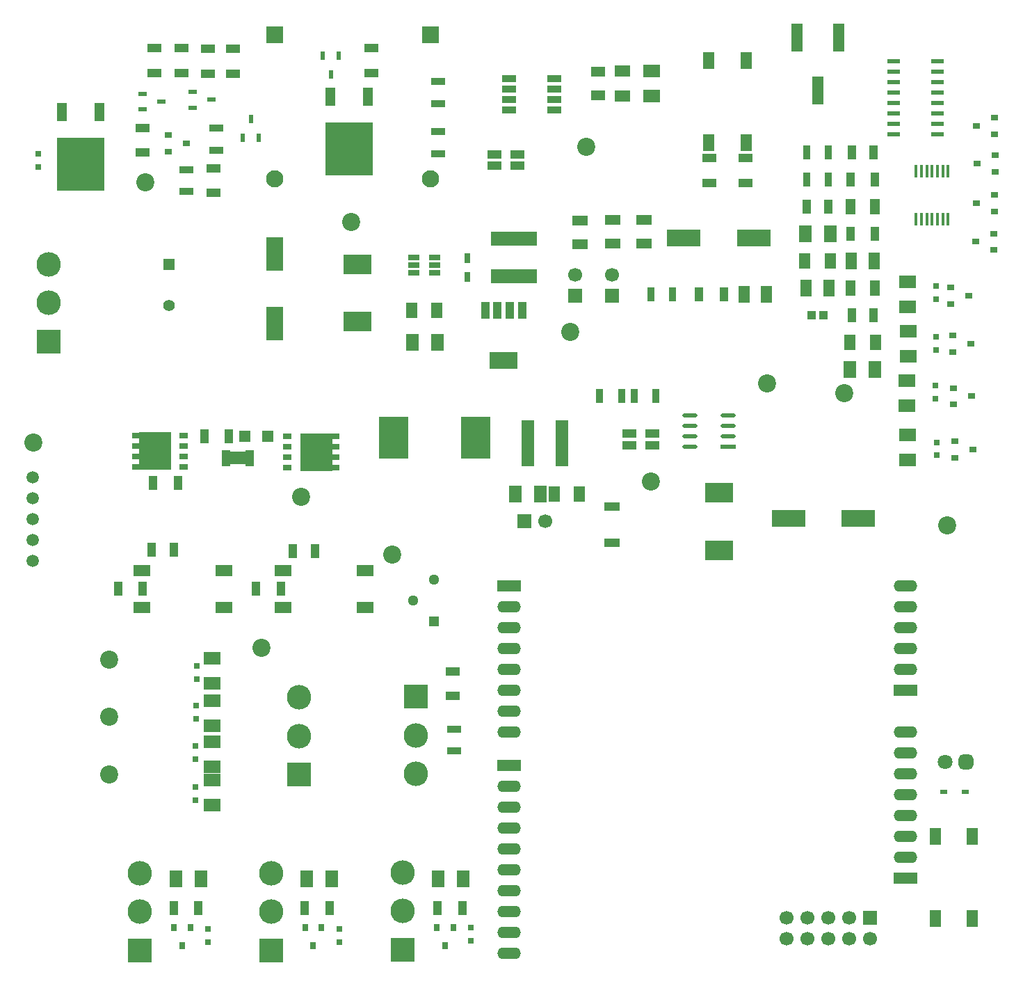
<source format=gbr>
%TF.GenerationSoftware,Altium Limited,Altium Designer,25.2.1 (25)*%
G04 Layer_Color=8388736*
%FSLAX45Y45*%
%MOMM*%
%TF.SameCoordinates,EF3F7739-EB0C-4DF3-8AA3-BEF7F1336093*%
%TF.FilePolarity,Negative*%
%TF.FileFunction,Soldermask,Top*%
%TF.Part,Single*%
G01*
G75*
%TA.AperFunction,SMDPad,CuDef*%
%ADD11R,1.05000X1.80000*%
%ADD12R,0.85000X0.50000*%
%ADD25R,1.60000X0.60000*%
%ADD26R,1.35606X1.85822*%
G04:AMPARAMS|DCode=28|XSize=1.87407mm|YSize=0.51213mm|CornerRadius=0.25607mm|HoleSize=0mm|Usage=FLASHONLY|Rotation=180.000|XOffset=0mm|YOffset=0mm|HoleType=Round|Shape=RoundedRectangle|*
%AMROUNDEDRECTD28*
21,1,1.87407,0.00000,0,0,180.0*
21,1,1.36194,0.51213,0,0,180.0*
1,1,0.51213,-0.68097,0.00000*
1,1,0.51213,0.68097,0.00000*
1,1,0.51213,0.68097,0.00000*
1,1,0.51213,-0.68097,0.00000*
%
%ADD28ROUNDEDRECTD28*%
%ADD29R,1.87407X0.51213*%
%ADD30R,1.65822X0.95606*%
%ADD31R,2.10000X4.10000*%
%ADD32R,0.95606X1.65822*%
%ADD33R,1.80000X1.05000*%
%ADD34R,0.60000X1.05000*%
%ADD35R,5.70000X1.80000*%
%ADD36R,0.45000X1.50000*%
%ADD38R,1.80000X1.20000*%
%ADD39R,1.90000X1.30000*%
%ADD40R,4.10000X2.10000*%
%ADD41R,1.00000X1.00000*%
%ADD42R,1.40000X2.10000*%
%ADD43R,1.93000X1.00000*%
%ADD45R,1.75000X1.10000*%
%ADD46R,1.85822X1.35606*%
%ADD47R,0.80000X0.80000*%
%ADD48R,0.80000X0.90000*%
%ADD50R,2.10000X1.40000*%
%ADD51R,1.65000X5.60000*%
%ADD52R,1.20000X2.20000*%
%ADD53R,5.80000X6.40000*%
%ADD54R,0.90000X0.80000*%
%ADD55R,3.55000X5.10000*%
%ADD56R,1.00000X0.60000*%
%ADD57R,0.60000X1.00000*%
%TA.AperFunction,ComponentPad*%
%ADD66O,2.84500X1.42200*%
%ADD67R,2.84500X1.42200*%
%ADD71C,2.20000*%
%ADD72C,1.29000*%
%ADD73R,1.29000X1.29000*%
%ADD74R,1.70000X1.70000*%
%ADD75C,1.70000*%
%ADD76C,2.10000*%
%ADD77R,2.10000X2.10000*%
%ADD78R,1.40000X1.40000*%
%ADD79C,1.40000*%
%ADD82R,1.70000X1.70000*%
%TA.AperFunction,SMDPad,CuDef*%
%ADD101R,3.35320X2.40320*%
%ADD102R,1.05320X0.70320*%
%ADD103R,1.00320X0.80320*%
%ADD104R,3.95320X4.61320*%
%ADD105R,1.30320X1.90320*%
%ADD106R,1.45320X2.00320*%
%ADD107R,0.70320X1.25320*%
%ADD108R,1.72820X0.85320*%
%ADD109R,1.10320X2.10320*%
%ADD110R,3.40320X2.10320*%
%ADD111R,1.45320X0.80320*%
%ADD112R,1.85420X1.54940*%
%ADD113R,1.01600X0.48260*%
%TA.AperFunction,ConnectorPad*%
%ADD114R,1.39320X3.50320*%
%TA.AperFunction,SMDPad,CuDef*%
%ADD115R,1.55320X2.05320*%
%ADD116R,2.05320X1.55320*%
%ADD117R,1.10320X1.80320*%
%ADD118R,1.40320X1.40320*%
%TA.AperFunction,ComponentPad*%
%ADD119C,1.51320*%
%ADD120R,2.97820X2.97820*%
%ADD121C,2.97820*%
%ADD122C,1.80320*%
G04:AMPARAMS|DCode=123|XSize=1.8032mm|YSize=1.8032mm|CornerRadius=0.5016mm|HoleSize=0mm|Usage=FLASHONLY|Rotation=180.000|XOffset=0mm|YOffset=0mm|HoleType=Round|Shape=RoundedRectangle|*
%AMROUNDEDRECTD123*
21,1,1.80320,0.80000,0,0,180.0*
21,1,0.80000,1.80320,0,0,180.0*
1,1,1.00320,-0.40000,0.40000*
1,1,1.00320,0.40000,0.40000*
1,1,1.00320,0.40000,-0.40000*
1,1,1.00320,-0.40000,-0.40000*
%
%ADD123ROUNDEDRECTD123*%
D11*
X1972593Y6144858D02*
D03*
X1672594D02*
D03*
X8620449Y8441000D02*
D03*
X5135628Y976851D02*
D03*
X3518128Y976838D02*
D03*
X1922053Y976851D02*
D03*
X5435628D02*
D03*
X3818127Y976838D02*
D03*
X2222053Y976851D02*
D03*
X3223925Y4860000D02*
D03*
X2923925D02*
D03*
X10460000Y9180000D02*
D03*
X10160000D02*
D03*
X10460000Y9840000D02*
D03*
X10160000D02*
D03*
X8320449Y8441000D02*
D03*
X1543925Y4860000D02*
D03*
X1243925D02*
D03*
X2592480Y6715184D02*
D03*
X2292480D02*
D03*
D12*
X11300000Y2390000D02*
D03*
X11560000D02*
D03*
D25*
X11224000Y11278500D02*
D03*
Y11151500D02*
D03*
Y11024500D02*
D03*
Y10897500D02*
D03*
Y10770500D02*
D03*
Y10643500D02*
D03*
Y10516500D02*
D03*
Y10389500D02*
D03*
X10684000Y10516500D02*
D03*
Y10643500D02*
D03*
Y10770500D02*
D03*
Y10897500D02*
D03*
Y11024500D02*
D03*
Y11151500D02*
D03*
Y11278500D02*
D03*
Y10389500D02*
D03*
D26*
X5122608Y8250000D02*
D03*
X4817392D02*
D03*
X6857828Y6013331D02*
D03*
X6552611D02*
D03*
X10462608Y7860000D02*
D03*
X10157392D02*
D03*
X9912608Y8850000D02*
D03*
X9607392D02*
D03*
D28*
X8208393Y6589500D02*
D03*
Y6843500D02*
D03*
Y6970500D02*
D03*
Y6716500D02*
D03*
X8671606Y6970500D02*
D03*
Y6843500D02*
D03*
Y6716500D02*
D03*
D29*
Y6589500D02*
D03*
D30*
X5140000Y10422608D02*
D03*
Y10157392D02*
D03*
X5340000Y2887392D02*
D03*
Y3152608D02*
D03*
X2080000Y9697392D02*
D03*
Y9962608D02*
D03*
X2439925Y10197519D02*
D03*
Y10462735D02*
D03*
X5140000Y11032608D02*
D03*
Y10767392D02*
D03*
D31*
X3150000Y8085000D02*
D03*
Y8935000D02*
D03*
D32*
X9892608Y9840000D02*
D03*
X9627392D02*
D03*
Y10170000D02*
D03*
X9892608D02*
D03*
X7107392Y7210000D02*
D03*
X7372608D02*
D03*
X7792608D02*
D03*
X7527392D02*
D03*
X7727841Y8441000D02*
D03*
X7993058D02*
D03*
D33*
X2410000Y9980000D02*
D03*
Y9680000D02*
D03*
X2640000Y11130000D02*
D03*
Y11430000D02*
D03*
X2340000Y11130000D02*
D03*
Y11430000D02*
D03*
X8881755Y10098757D02*
D03*
X4330000Y11440000D02*
D03*
X5320000Y3857852D02*
D03*
Y3557852D02*
D03*
X8440472Y9798757D02*
D03*
Y10098757D02*
D03*
X8881755Y9798757D02*
D03*
X4330000Y11140000D02*
D03*
X2020000D02*
D03*
Y11440000D02*
D03*
X1690000Y11140000D02*
D03*
Y11440000D02*
D03*
X1539925Y10170127D02*
D03*
Y10470127D02*
D03*
D34*
X2954925Y10345127D02*
D03*
X2764925D02*
D03*
X2859925Y10575127D02*
D03*
D35*
X6065000Y8659912D02*
D03*
Y9119912D02*
D03*
D36*
X11220199Y9359001D02*
D03*
X11350199Y9939000D02*
D03*
X11285199D02*
D03*
X11220199D02*
D03*
X11155199D02*
D03*
X11090199D02*
D03*
X11025199D02*
D03*
X10960199D02*
D03*
Y9359001D02*
D03*
X11025199D02*
D03*
X11090199D02*
D03*
X11155199D02*
D03*
X11285199D02*
D03*
X11350199D02*
D03*
D38*
X7086000Y10861000D02*
D03*
Y11151000D02*
D03*
D39*
X7266000Y9351000D02*
D03*
X7646000D02*
D03*
X6866000Y9341000D02*
D03*
X7266000Y9061000D02*
D03*
X6866000Y9051000D02*
D03*
X7646000Y9061000D02*
D03*
D40*
X8981000Y9126000D02*
D03*
X10255000Y5720000D02*
D03*
X8131000Y9126000D02*
D03*
X9405000Y5720000D02*
D03*
D41*
X9835000Y8190000D02*
D03*
X9685000D02*
D03*
D42*
X11645000Y1850000D02*
D03*
Y850000D02*
D03*
X11195000D02*
D03*
Y1850000D02*
D03*
X8437742Y10286257D02*
D03*
Y11286257D02*
D03*
X8887742Y10286257D02*
D03*
Y11286257D02*
D03*
D43*
X7260000Y5419000D02*
D03*
Y5861000D02*
D03*
D45*
X5828499Y10005999D02*
D03*
X6103500Y10146000D02*
D03*
X5828499D02*
D03*
X6103500Y10005999D02*
D03*
X7472500Y6750000D02*
D03*
X7747500Y6610000D02*
D03*
X7472500D02*
D03*
X7747500Y6750000D02*
D03*
D46*
X7386000Y10853392D02*
D03*
Y11158608D02*
D03*
D47*
X5541448Y736244D02*
D03*
Y576244D02*
D03*
X3936448Y562700D02*
D03*
Y722700D02*
D03*
X2340373Y719622D02*
D03*
Y559622D02*
D03*
X2190000Y2790000D02*
D03*
Y2950000D02*
D03*
X270000Y9990000D02*
D03*
Y10150000D02*
D03*
X11194000Y7174000D02*
D03*
Y7334001D02*
D03*
X11204000Y7764000D02*
D03*
Y7924000D02*
D03*
Y8384001D02*
D03*
Y8544001D02*
D03*
X11214000Y6644000D02*
D03*
Y6484000D02*
D03*
X2196075Y3275873D02*
D03*
Y3435873D02*
D03*
X2190000Y2450000D02*
D03*
Y2290000D02*
D03*
X2200000Y3920000D02*
D03*
Y3760000D02*
D03*
D48*
X5225628Y519950D02*
D03*
X5125628Y739951D02*
D03*
X5325628D02*
D03*
X3620628Y520000D02*
D03*
X3520627Y740000D02*
D03*
X3720628D02*
D03*
X2024553Y519950D02*
D03*
X1924553Y739951D02*
D03*
X2124553D02*
D03*
D50*
X4253925Y4635000D02*
D03*
X3253925D02*
D03*
X4253925Y5085000D02*
D03*
X3253925D02*
D03*
X2533900Y4635000D02*
D03*
X1533900D02*
D03*
X2533900Y5085000D02*
D03*
X1533900D02*
D03*
D51*
X6232500Y6630000D02*
D03*
X6647500D02*
D03*
D52*
X3832000Y10845000D02*
D03*
X4288000D02*
D03*
X1017925Y10660127D02*
D03*
X561925D02*
D03*
D53*
X4060000Y10215000D02*
D03*
X789925Y10030127D02*
D03*
D54*
X11694000Y9554000D02*
D03*
X11914000Y9654000D02*
D03*
Y9454000D02*
D03*
X11924000Y9934000D02*
D03*
Y10134000D02*
D03*
X11704000Y10034000D02*
D03*
X11694000Y10494000D02*
D03*
X11914000Y10594000D02*
D03*
Y10394000D02*
D03*
X11634000Y7204001D02*
D03*
X11414000Y7104001D02*
D03*
Y7304001D02*
D03*
X11624000Y7844000D02*
D03*
X11404000Y7744000D02*
D03*
Y7944000D02*
D03*
X11434000Y6654001D02*
D03*
Y6454001D02*
D03*
X11654000Y6554001D02*
D03*
X11904000Y8984000D02*
D03*
Y9184000D02*
D03*
X11684000Y9084000D02*
D03*
X11604000Y8424001D02*
D03*
X11384000Y8324001D02*
D03*
Y8524001D02*
D03*
X1859925Y10380128D02*
D03*
Y10180127D02*
D03*
X2079925Y10280128D02*
D03*
D55*
X5600780Y6702669D02*
D03*
X4600780D02*
D03*
D56*
X2384925Y10810127D02*
D03*
X2154925Y10715127D02*
D03*
Y10905127D02*
D03*
X1544925Y10885127D02*
D03*
Y10695127D02*
D03*
X1774925Y10790127D02*
D03*
D57*
X3930000Y11350000D02*
D03*
X3740000D02*
D03*
X3835000Y11120000D02*
D03*
D66*
X10833000Y2609201D02*
D03*
Y2863201D02*
D03*
X6007000Y1186801D02*
D03*
Y424801D02*
D03*
Y678801D02*
D03*
Y932801D02*
D03*
Y1440801D02*
D03*
Y1694801D02*
D03*
Y1948801D02*
D03*
Y2202801D02*
D03*
Y2456801D02*
D03*
Y3117201D02*
D03*
Y3371201D02*
D03*
Y3625201D02*
D03*
Y3879201D02*
D03*
Y4133201D02*
D03*
Y4387201D02*
D03*
Y4641201D02*
D03*
X10833000Y4895201D02*
D03*
Y4641201D02*
D03*
Y4387201D02*
D03*
Y4133201D02*
D03*
Y3879201D02*
D03*
Y3117201D02*
D03*
Y2355201D02*
D03*
Y2101201D02*
D03*
Y1847201D02*
D03*
Y1593201D02*
D03*
D67*
Y3625201D02*
D03*
X6007000Y2710801D02*
D03*
Y4895201D02*
D03*
X10833000Y1339201D02*
D03*
D71*
X1140000Y2600000D02*
D03*
Y3300000D02*
D03*
Y4000000D02*
D03*
X1579925Y9810127D02*
D03*
X9150000Y7360000D02*
D03*
X6750000Y7990000D02*
D03*
X4582746Y5272729D02*
D03*
X11340000Y5630000D02*
D03*
X4080000Y9320000D02*
D03*
X2990000Y4140000D02*
D03*
X10090000Y7240000D02*
D03*
X6946000Y10236000D02*
D03*
X3470000Y5980000D02*
D03*
X7730000Y6170000D02*
D03*
X213925Y6644127D02*
D03*
D72*
X5090000Y4970000D02*
D03*
X4836000Y4716000D02*
D03*
D73*
X5090000Y4462000D02*
D03*
D74*
X10398000Y858233D02*
D03*
X6806000Y8429000D02*
D03*
X7255999D02*
D03*
D75*
X10398000Y604233D02*
D03*
X10144000Y858233D02*
D03*
Y604233D02*
D03*
X9890000Y858233D02*
D03*
Y604233D02*
D03*
X9636000Y858233D02*
D03*
X9382000D02*
D03*
X9636000Y604233D02*
D03*
X9382000D02*
D03*
X6806000Y8683000D02*
D03*
X7255999D02*
D03*
X6445180Y5680420D02*
D03*
D76*
X3150000Y9850000D02*
D03*
X5051700D02*
D03*
D77*
X3150000Y11600000D02*
D03*
X5051700D02*
D03*
D78*
X1864000Y8804000D02*
D03*
D79*
Y8304000D02*
D03*
D82*
X6191180Y5680420D02*
D03*
D101*
X4160000Y8810000D02*
D03*
Y8110000D02*
D03*
X8560000Y5330000D02*
D03*
Y6030000D02*
D03*
D102*
X2046180Y6344358D02*
D03*
Y6471358D02*
D03*
Y6598358D02*
D03*
Y6725358D02*
D03*
X3303780Y6334358D02*
D03*
Y6461358D02*
D03*
Y6588358D02*
D03*
Y6715358D02*
D03*
D103*
X1463680Y6725358D02*
D03*
Y6598358D02*
D03*
Y6471358D02*
D03*
Y6344358D02*
D03*
X3886280Y6715358D02*
D03*
Y6588358D02*
D03*
Y6461358D02*
D03*
Y6334358D02*
D03*
D104*
X1691180Y6534858D02*
D03*
X3658780Y6524858D02*
D03*
D105*
X10165000Y8520000D02*
D03*
X10455000D02*
D03*
X10165000Y9510000D02*
D03*
X10455000D02*
D03*
D106*
X10172500Y8850000D02*
D03*
X10447500D02*
D03*
X8862949Y8441000D02*
D03*
X9137949D02*
D03*
X9897500Y8520000D02*
D03*
X9622500D02*
D03*
D107*
X5500000Y8883800D02*
D03*
Y8656200D02*
D03*
D108*
X6008800Y10689500D02*
D03*
Y10816500D02*
D03*
Y10943500D02*
D03*
Y11070500D02*
D03*
X6551200D02*
D03*
Y10943500D02*
D03*
Y10816500D02*
D03*
Y10689500D02*
D03*
D109*
X6165000Y8245000D02*
D03*
X6015000D02*
D03*
X5865000D02*
D03*
X5715000D02*
D03*
D110*
X5940000Y7635000D02*
D03*
D111*
X5095000Y8705000D02*
D03*
Y8800000D02*
D03*
Y8895000D02*
D03*
X4845000D02*
D03*
Y8800000D02*
D03*
Y8705000D02*
D03*
D112*
X2700000Y6450000D02*
D03*
D113*
X2844780Y6518580D02*
D03*
Y6472860D02*
D03*
Y6427140D02*
D03*
Y6381420D02*
D03*
X2555220D02*
D03*
Y6427140D02*
D03*
Y6472860D02*
D03*
Y6518580D02*
D03*
D114*
X9506000Y11564000D02*
D03*
X9760000Y10924000D02*
D03*
X10014000Y11564000D02*
D03*
D115*
X5132500Y7860000D02*
D03*
X4827500D02*
D03*
X10462500Y7530000D02*
D03*
X6082794Y6013204D02*
D03*
X5143128Y1328051D02*
D03*
X3543128D02*
D03*
X1947053D02*
D03*
X9912500Y9180000D02*
D03*
X9607500D02*
D03*
X10157500Y7530000D02*
D03*
X6387794Y6013204D02*
D03*
X5448128Y1328051D02*
D03*
X3848127D02*
D03*
X2252053D02*
D03*
D116*
X10864000Y7691500D02*
D03*
X10854000Y8291501D02*
D03*
X10844000Y7091500D02*
D03*
X7740000Y10853500D02*
D03*
X10854000Y6431500D02*
D03*
X2390000Y4012500D02*
D03*
X2390000Y2532500D02*
D03*
Y3002500D02*
D03*
X2390000Y3502500D02*
D03*
X7740000Y11158500D02*
D03*
X2390000Y3707500D02*
D03*
Y3197500D02*
D03*
X2390000Y2697500D02*
D03*
Y2227500D02*
D03*
X10854000Y6736500D02*
D03*
X10844000Y7396500D02*
D03*
X10864000Y7996500D02*
D03*
X10854000Y8596500D02*
D03*
D117*
X3645000Y5320000D02*
D03*
X1925000Y5340000D02*
D03*
X9625000Y9510000D02*
D03*
X9895000D02*
D03*
X10445000Y10170000D02*
D03*
X10175000D02*
D03*
X3375000Y5320000D02*
D03*
X1655000Y5340000D02*
D03*
X10445000Y8190000D02*
D03*
X10175000D02*
D03*
D118*
X2789980Y6714854D02*
D03*
X3069980D02*
D03*
D119*
X203925Y6214128D02*
D03*
Y5960128D02*
D03*
Y5706128D02*
D03*
Y5452128D02*
D03*
Y5198128D02*
D03*
D120*
X399925Y7870127D02*
D03*
X1509553Y462178D02*
D03*
X4870000Y3547732D02*
D03*
X4705628Y468051D02*
D03*
X3105628Y462151D02*
D03*
X3450000Y2600000D02*
D03*
D121*
X399925Y8340127D02*
D03*
Y8810127D02*
D03*
X1509553Y1402178D02*
D03*
Y932178D02*
D03*
X4870000Y3077732D02*
D03*
Y2607732D02*
D03*
X4705628Y1408051D02*
D03*
Y938051D02*
D03*
X3105628Y932151D02*
D03*
Y1402151D02*
D03*
X3450000Y3540000D02*
D03*
Y3070000D02*
D03*
D122*
X11313000Y2750000D02*
D03*
D123*
X11567000D02*
D03*
%TF.MD5,4a9735414d170c74d19a242899fb24ea*%
M02*

</source>
